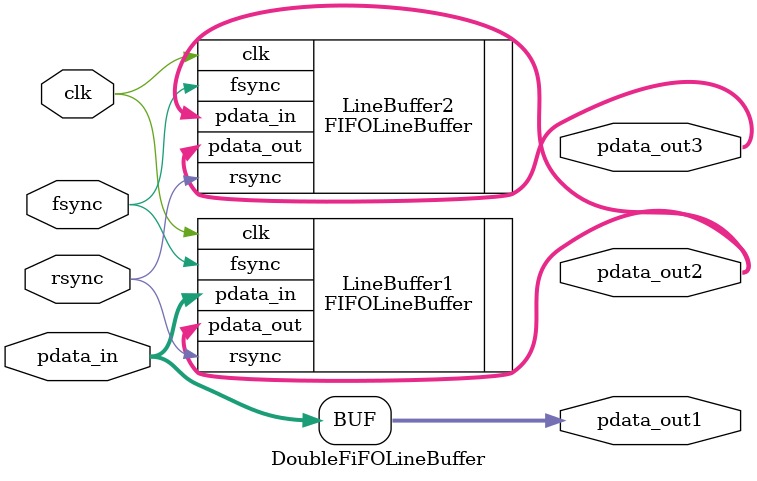
<source format=v>
module DoubleFiFOLineBuffer #(
    parameter DATA_WIDTH = 8,
    parameter NO_OF_COLS = 320
)(
    input clk,
    input fsync,
    input rsync,
    input [DATA_WIDTH-1:0] pdata_in,
    output [DATA_WIDTH-1:0] pdata_out1,
    output [DATA_WIDTH-1:0] pdata_out2,
    output [DATA_WIDTH-1:0] pdata_out3
);

    wire [DATA_WIDTH-1:0] intermediate_out;

    FIFOLineBuffer #(
        .DATA_WIDTH(DATA_WIDTH),
        .NO_OF_COLS(NO_OF_COLS)
    ) LineBuffer1 (
        .clk(clk),
        .fsync(fsync),
        .rsync(rsync),
        .pdata_in(pdata_in),
        .pdata_out(pdata_out2)
    );

    FIFOLineBuffer #(
        .DATA_WIDTH(DATA_WIDTH),
        .NO_OF_COLS(NO_OF_COLS)
    ) LineBuffer2 (
        .clk(clk),
        .fsync(fsync),
        .rsync(rsync),
        .pdata_in(pdata_out2),
        .pdata_out(pdata_out3)
    );

    assign pdata_out1 = pdata_in;

endmodule

</source>
